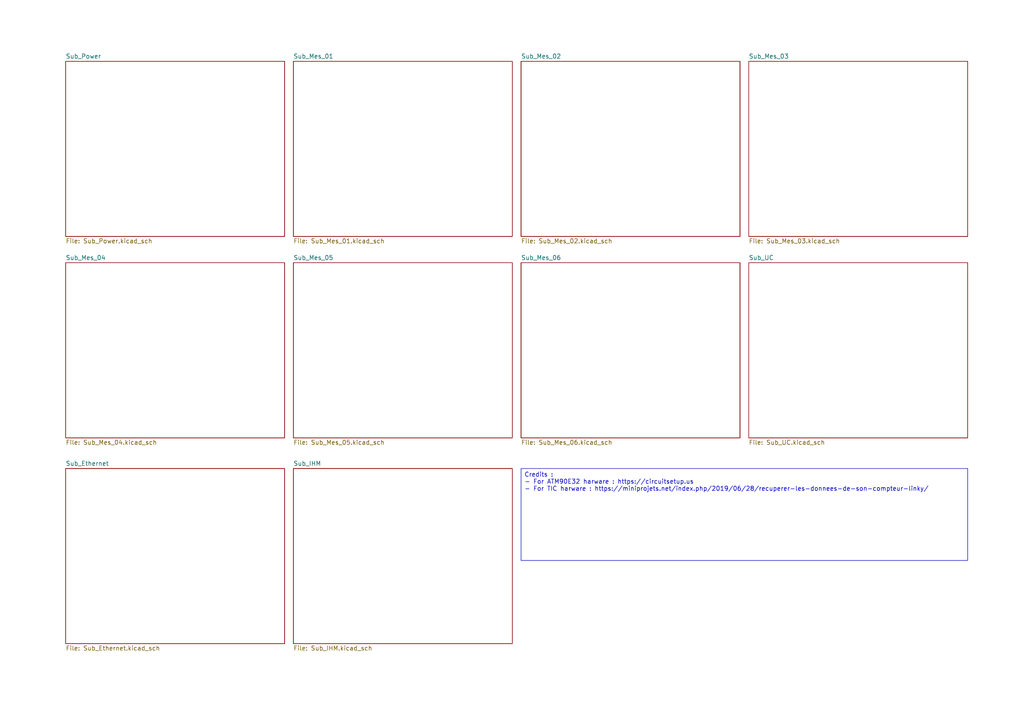
<source format=kicad_sch>
(kicad_sch
	(version 20231120)
	(generator "eeschema")
	(generator_version "8.0")
	(uuid "ac6d9ea8-43ef-416e-ab0f-e27db2ca47c4")
	(paper "A4")
	(lib_symbols)
	(text_box "Credits :\n- For ATM90E32 harware : https://circuitsetup.us\n- For TIC harware : https://miniprojets.net/index.php/2019/06/28/recuperer-les-donnees-de-son-compteur-linky/"
		(exclude_from_sim no)
		(at 151.13 135.89 0)
		(size 129.54 26.67)
		(stroke
			(width 0)
			(type default)
		)
		(fill
			(type none)
		)
		(effects
			(font
				(size 1.27 1.27)
			)
			(justify left top)
		)
		(uuid "d84e61f5-0196-49a4-8985-6dd02aed97ad")
	)
	(sheet
		(at 217.17 17.78)
		(size 63.5 50.8)
		(fields_autoplaced yes)
		(stroke
			(width 0.1524)
			(type solid)
		)
		(fill
			(color 0 0 0 0.0000)
		)
		(uuid "1ef2e7a6-27e2-42ca-bd26-41128185e5c7")
		(property "Sheetname" "Sub_Mes_03"
			(at 217.17 17.0684 0)
			(effects
				(font
					(size 1.27 1.27)
				)
				(justify left bottom)
			)
		)
		(property "Sheetfile" "Sub_Mes_03.kicad_sch"
			(at 217.17 69.1646 0)
			(effects
				(font
					(size 1.27 1.27)
				)
				(justify left top)
			)
		)
		(instances
			(project "CentraleDeMesure"
				(path "/ac6d9ea8-43ef-416e-ab0f-e27db2ca47c4"
					(page "4")
				)
			)
		)
	)
	(sheet
		(at 151.13 17.78)
		(size 63.5 50.8)
		(fields_autoplaced yes)
		(stroke
			(width 0.1524)
			(type solid)
		)
		(fill
			(color 0 0 0 0.0000)
		)
		(uuid "473ee08a-4547-4d0a-bdf4-cfa23ce16ec8")
		(property "Sheetname" "Sub_Mes_02"
			(at 151.13 17.0684 0)
			(effects
				(font
					(size 1.27 1.27)
				)
				(justify left bottom)
			)
		)
		(property "Sheetfile" "Sub_Mes_02.kicad_sch"
			(at 151.13 69.1646 0)
			(effects
				(font
					(size 1.27 1.27)
				)
				(justify left top)
			)
		)
		(instances
			(project "CentraleDeMesure"
				(path "/ac6d9ea8-43ef-416e-ab0f-e27db2ca47c4"
					(page "3")
				)
			)
		)
	)
	(sheet
		(at 217.17 76.2)
		(size 63.5 50.8)
		(fields_autoplaced yes)
		(stroke
			(width 0.1524)
			(type solid)
		)
		(fill
			(color 0 0 0 0.0000)
		)
		(uuid "4edd6fce-bd01-401d-aa7a-4ce0a776030b")
		(property "Sheetname" "Sub_UC"
			(at 217.17 75.4884 0)
			(effects
				(font
					(size 1.27 1.27)
				)
				(justify left bottom)
			)
		)
		(property "Sheetfile" "Sub_UC.kicad_sch"
			(at 217.17 127.5846 0)
			(effects
				(font
					(size 1.27 1.27)
				)
				(justify left top)
			)
		)
		(instances
			(project "CentraleDeMesure"
				(path "/ac6d9ea8-43ef-416e-ab0f-e27db2ca47c4"
					(page "10")
				)
			)
		)
	)
	(sheet
		(at 85.09 76.2)
		(size 63.5 50.8)
		(fields_autoplaced yes)
		(stroke
			(width 0.1524)
			(type solid)
		)
		(fill
			(color 0 0 0 0.0000)
		)
		(uuid "6662cb50-feeb-43b9-ac86-64c7ef410dfc")
		(property "Sheetname" "Sub_Mes_05"
			(at 85.09 75.4884 0)
			(effects
				(font
					(size 1.27 1.27)
				)
				(justify left bottom)
			)
		)
		(property "Sheetfile" "Sub_Mes_05.kicad_sch"
			(at 85.09 127.5846 0)
			(effects
				(font
					(size 1.27 1.27)
				)
				(justify left top)
			)
		)
		(instances
			(project "CentraleDeMesure"
				(path "/ac6d9ea8-43ef-416e-ab0f-e27db2ca47c4"
					(page "6")
				)
			)
		)
	)
	(sheet
		(at 19.05 17.78)
		(size 63.5 50.8)
		(fields_autoplaced yes)
		(stroke
			(width 0.1524)
			(type solid)
		)
		(fill
			(color 0 0 0 0.0000)
		)
		(uuid "6760e064-6845-4186-88fd-b1e8f1a44526")
		(property "Sheetname" "Sub_Power"
			(at 19.05 17.0684 0)
			(effects
				(font
					(size 1.27 1.27)
				)
				(justify left bottom)
			)
		)
		(property "Sheetfile" "Sub_Power.kicad_sch"
			(at 19.05 69.1646 0)
			(effects
				(font
					(size 1.27 1.27)
				)
				(justify left top)
			)
		)
		(instances
			(project "CentraleDeMesure"
				(path "/ac6d9ea8-43ef-416e-ab0f-e27db2ca47c4"
					(page "1")
				)
			)
		)
	)
	(sheet
		(at 85.09 135.89)
		(size 63.5 50.8)
		(fields_autoplaced yes)
		(stroke
			(width 0.1524)
			(type solid)
		)
		(fill
			(color 0 0 0 0.0000)
		)
		(uuid "b6159df7-bf97-4396-af33-f9cf8e52de35")
		(property "Sheetname" "Sub_IHM"
			(at 85.09 135.1784 0)
			(effects
				(font
					(size 1.27 1.27)
				)
				(justify left bottom)
			)
		)
		(property "Sheetfile" "Sub_IHM.kicad_sch"
			(at 85.09 187.2746 0)
			(effects
				(font
					(size 1.27 1.27)
				)
				(justify left top)
			)
		)
		(instances
			(project "CentraleDeMesure"
				(path "/ac6d9ea8-43ef-416e-ab0f-e27db2ca47c4"
					(page "11")
				)
			)
		)
	)
	(sheet
		(at 19.05 135.89)
		(size 63.5 50.8)
		(fields_autoplaced yes)
		(stroke
			(width 0.1524)
			(type solid)
		)
		(fill
			(color 0 0 0 0.0000)
		)
		(uuid "c6e76f7c-8a1a-443e-b9ba-4b3bb4e84193")
		(property "Sheetname" "Sub_Ethernet"
			(at 19.05 135.1784 0)
			(effects
				(font
					(size 1.27 1.27)
				)
				(justify left bottom)
			)
		)
		(property "Sheetfile" "Sub_Ethernet.kicad_sch"
			(at 19.05 187.2746 0)
			(effects
				(font
					(size 1.27 1.27)
				)
				(justify left top)
			)
		)
		(instances
			(project "CentraleDeMesure"
				(path "/ac6d9ea8-43ef-416e-ab0f-e27db2ca47c4"
					(page "12")
				)
			)
		)
	)
	(sheet
		(at 19.05 76.2)
		(size 63.5 50.8)
		(fields_autoplaced yes)
		(stroke
			(width 0.1524)
			(type solid)
		)
		(fill
			(color 0 0 0 0.0000)
		)
		(uuid "cb4d1bde-5fae-427a-8500-f906e1a65d3e")
		(property "Sheetname" "Sub_Mes_04"
			(at 19.05 75.4884 0)
			(effects
				(font
					(size 1.27 1.27)
				)
				(justify left bottom)
			)
		)
		(property "Sheetfile" "Sub_Mes_04.kicad_sch"
			(at 19.05 127.5846 0)
			(effects
				(font
					(size 1.27 1.27)
				)
				(justify left top)
			)
		)
		(instances
			(project "CentraleDeMesure"
				(path "/ac6d9ea8-43ef-416e-ab0f-e27db2ca47c4"
					(page "5")
				)
			)
		)
	)
	(sheet
		(at 85.09 17.78)
		(size 63.5 50.8)
		(fields_autoplaced yes)
		(stroke
			(width 0.1524)
			(type solid)
		)
		(fill
			(color 0 0 0 0.0000)
		)
		(uuid "d9f1469e-dee5-4b5a-8648-8c8c990962c7")
		(property "Sheetname" "Sub_Mes_01"
			(at 85.09 17.0684 0)
			(effects
				(font
					(size 1.27 1.27)
				)
				(justify left bottom)
			)
		)
		(property "Sheetfile" "Sub_Mes_01.kicad_sch"
			(at 85.09 69.1646 0)
			(effects
				(font
					(size 1.27 1.27)
				)
				(justify left top)
			)
		)
		(instances
			(project "CentraleDeMesure"
				(path "/ac6d9ea8-43ef-416e-ab0f-e27db2ca47c4"
					(page "2")
				)
			)
		)
	)
	(sheet
		(at 151.13 76.2)
		(size 63.5 50.8)
		(fields_autoplaced yes)
		(stroke
			(width 0.1524)
			(type solid)
		)
		(fill
			(color 0 0 0 0.0000)
		)
		(uuid "f54402ac-0db2-4f0d-944d-e41069bf34ca")
		(property "Sheetname" "Sub_Mes_06"
			(at 151.13 75.4884 0)
			(effects
				(font
					(size 1.27 1.27)
				)
				(justify left bottom)
			)
		)
		(property "Sheetfile" "Sub_Mes_06.kicad_sch"
			(at 151.13 127.5846 0)
			(effects
				(font
					(size 1.27 1.27)
				)
				(justify left top)
			)
		)
		(instances
			(project "CentraleDeMesure"
				(path "/ac6d9ea8-43ef-416e-ab0f-e27db2ca47c4"
					(page "7")
				)
			)
		)
	)
	(sheet_instances
		(path "/"
			(page "0")
		)
	)
)

</source>
